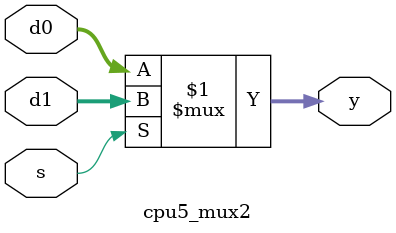
<source format=v>
`include "defines.v"

module cpu5_mux2 #(parameter WIDTH=8) 
(
 input  [WIDTH-1:0] d0,
 input  [WIDTH-1:0] d1,
 input  s,
 output [WIDTH-1:0] y
 );

   assign y = s? d1: d0;

endmodule // cpu5_mux2

				      

</source>
